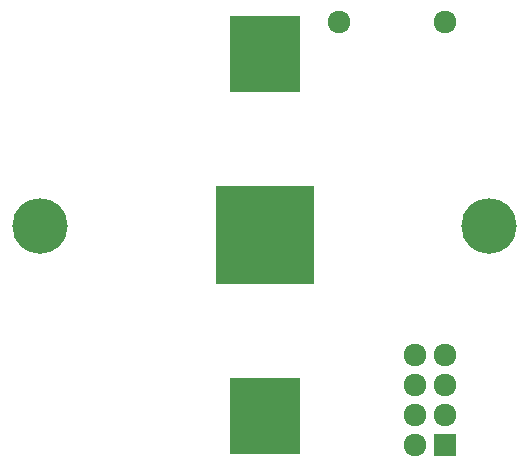
<source format=gbs>
G04 #@! TF.GenerationSoftware,KiCad,Pcbnew,(5.0.0)*
G04 #@! TF.CreationDate,2019-01-15T20:44:40+01:00*
G04 #@! TF.ProjectId,nrf24l01-node,6E726632346C30312D6E6F64652E6B69,rev?*
G04 #@! TF.SameCoordinates,Original*
G04 #@! TF.FileFunction,Soldermask,Bot*
G04 #@! TF.FilePolarity,Negative*
%FSLAX46Y46*%
G04 Gerber Fmt 4.6, Leading zero omitted, Abs format (unit mm)*
G04 Created by KiCad (PCBNEW (5.0.0)) date 01/15/19 20:44:40*
%MOMM*%
%LPD*%
G01*
G04 APERTURE LIST*
%ADD10C,4.700000*%
%ADD11R,5.900000X6.400000*%
%ADD12R,8.400000X8.400000*%
%ADD13C,1.924000*%
%ADD14R,1.924000X1.924000*%
G04 APERTURE END LIST*
D10*
G04 #@! TO.C,REF\002A\002A*
X55750000Y-147500000D03*
G04 #@! TD*
G04 #@! TO.C,REF\002A\002A*
X93750000Y-147500000D03*
G04 #@! TD*
D11*
G04 #@! TO.C,BT1*
X74750000Y-163550000D03*
X74750000Y-132950000D03*
D12*
X74750000Y-148250000D03*
G04 #@! TD*
D13*
G04 #@! TO.C,C1*
X90000000Y-130250000D03*
X81000000Y-130250000D03*
G04 #@! TD*
D14*
G04 #@! TO.C,U1*
X90000000Y-166000000D03*
D13*
X87460000Y-166000000D03*
X90000000Y-163460000D03*
X87460000Y-163460000D03*
X90000000Y-160920000D03*
X87460000Y-160920000D03*
X90000000Y-158380000D03*
X87460000Y-158380000D03*
G04 #@! TD*
M02*

</source>
